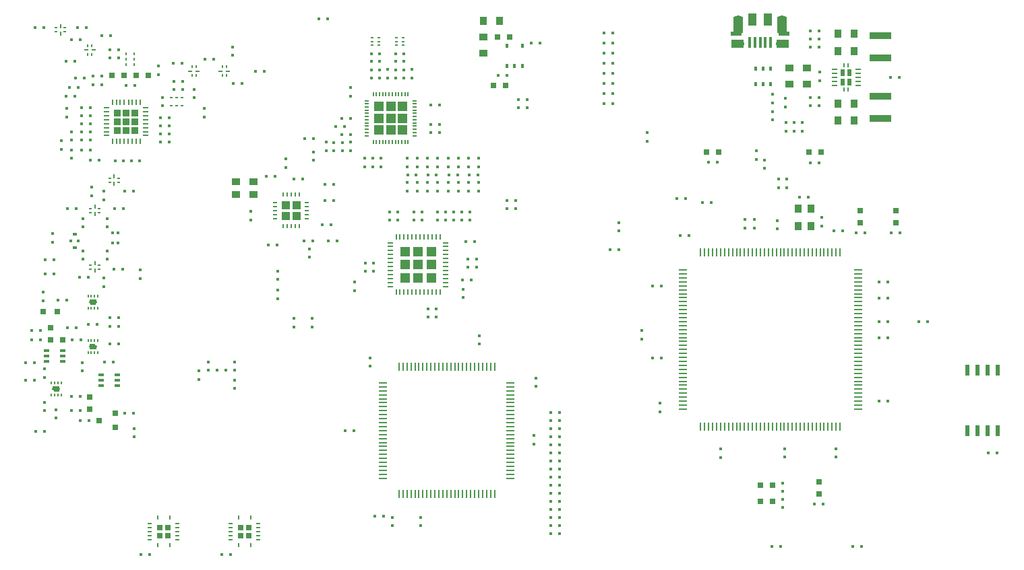
<source format=gtp>
G04 (created by PCBNEW-RS274X (2012-05-21 BZR 3261)-stable) date Sun Nov 11 11:20:56 2012*
G01*
G70*
G90*
%MOIN*%
G04 Gerber Fmt 3.4, Leading zero omitted, Abs format*
%FSLAX34Y34*%
G04 APERTURE LIST*
%ADD10C,0.006000*%
%ADD11R,0.027400X0.027400*%
%ADD12R,0.015200X0.022800*%
%ADD13R,0.035800X0.041900*%
%ADD14R,0.041900X0.035800*%
%ADD15R,0.008800X0.044900*%
%ADD16R,0.044900X0.008800*%
%ADD17R,0.011900X0.052300*%
%ADD18R,0.042700X0.061800*%
%ADD19R,0.064100X0.043300*%
%ADD20R,0.054700X0.019000*%
%ADD21R,0.047800X0.084800*%
%ADD22C,0.047800*%
%ADD23C,0.043300*%
%ADD24R,0.019000X0.057000*%
%ADD25R,0.006100X0.013500*%
%ADD26R,0.039000X0.006100*%
%ADD27O,0.035800X0.006100*%
%ADD28R,0.035800X0.014900*%
%ADD29O,0.032900X0.006100*%
%ADD30R,0.004500X0.006100*%
%ADD31O,0.025500X0.008400*%
%ADD32O,0.008400X0.025500*%
%ADD33R,0.030800X0.030800*%
%ADD34O,0.007300X0.026100*%
%ADD35O,0.026100X0.007300*%
%ADD36R,0.045200X0.045200*%
%ADD37O,0.027000X0.008400*%
%ADD38R,0.032900X0.032900*%
%ADD39O,0.008400X0.027000*%
%ADD40O,0.023900X0.008400*%
%ADD41O,0.008400X0.023900*%
%ADD42R,0.039600X0.039600*%
%ADD43R,0.110700X0.035800*%
%ADD44R,0.011900X0.014900*%
%ADD45R,0.021000X0.014900*%
%ADD46R,0.014900X0.018000*%
%ADD47R,0.016500X0.007400*%
%ADD48R,0.025800X0.025800*%
%ADD49R,0.016800X0.015200*%
%ADD50R,0.015200X0.016800*%
%ADD51R,0.005800X0.016300*%
%ADD52R,0.023000X0.007500*%
%ADD53R,0.016300X0.005800*%
%ADD54R,0.007500X0.023000*%
%ADD55R,0.009800X0.012300*%
%ADD56R,0.012300X0.009800*%
%ADD57R,0.049400X0.049400*%
%ADD58R,0.034500X0.043100*%
%ADD59R,0.043100X0.034500*%
%ADD60R,0.016500X0.023900*%
%ADD61R,0.029600X0.013600*%
%ADD62R,0.025500X0.008400*%
%ADD63R,0.024600X0.035800*%
%ADD64R,0.008400X0.021000*%
G04 APERTURE END LIST*
G54D10*
G54D11*
X37600Y-41650D03*
X37600Y-42350D03*
X36800Y-42000D03*
X34050Y-36600D03*
X34750Y-36600D03*
X34400Y-37400D03*
G54D12*
X56975Y-24450D03*
X57725Y-24450D03*
X56975Y-23450D03*
X57350Y-24450D03*
X57725Y-23450D03*
G54D13*
X72015Y-32383D03*
X71385Y-31517D03*
X72015Y-31517D03*
X71385Y-32383D03*
G54D14*
X43567Y-30815D03*
X44433Y-30185D03*
X44433Y-30815D03*
X43567Y-30185D03*
G54D15*
X56362Y-39350D03*
X56165Y-39350D03*
X55969Y-39350D03*
X55772Y-39350D03*
X55575Y-39350D03*
X55378Y-39350D03*
X55181Y-39350D03*
X54984Y-39350D03*
X54787Y-39350D03*
X54591Y-39350D03*
X54394Y-39350D03*
X54197Y-39350D03*
X54000Y-39350D03*
X53803Y-39350D03*
X53606Y-39350D03*
X53409Y-39350D03*
X53213Y-39350D03*
X53016Y-39350D03*
X52819Y-39350D03*
X52622Y-39350D03*
X52425Y-39350D03*
X52228Y-39350D03*
X52031Y-39350D03*
X51835Y-39350D03*
X51638Y-39350D03*
G54D16*
X50850Y-40138D03*
X50850Y-40335D03*
X50850Y-40531D03*
X50850Y-40728D03*
X50850Y-40925D03*
X50850Y-41122D03*
X50850Y-41319D03*
X50850Y-41516D03*
X50850Y-41713D03*
X50850Y-41909D03*
X50850Y-42106D03*
X50850Y-42303D03*
X50850Y-42500D03*
X50850Y-42697D03*
X50850Y-42894D03*
X50850Y-43091D03*
X50850Y-43287D03*
X50850Y-43484D03*
X50850Y-43681D03*
X50850Y-43878D03*
X50850Y-44075D03*
X50850Y-44272D03*
X50850Y-44469D03*
X50850Y-44665D03*
X50850Y-44862D03*
G54D15*
X51638Y-45650D03*
X51835Y-45650D03*
X52031Y-45650D03*
X52228Y-45650D03*
X52425Y-45650D03*
X52622Y-45650D03*
X52819Y-45650D03*
X53016Y-45650D03*
X53213Y-45650D03*
X53409Y-45650D03*
X53606Y-45650D03*
X53803Y-45650D03*
X54000Y-45650D03*
X54197Y-45650D03*
X54394Y-45650D03*
X54591Y-45650D03*
X54787Y-45650D03*
X54984Y-45650D03*
X55181Y-45650D03*
X55378Y-45650D03*
X55575Y-45650D03*
X55772Y-45650D03*
X55969Y-45650D03*
X56165Y-45650D03*
X56362Y-45650D03*
G54D16*
X57150Y-44862D03*
X57150Y-44665D03*
X57150Y-44469D03*
X57150Y-44272D03*
X57150Y-44075D03*
X57150Y-43878D03*
X57150Y-43681D03*
X57150Y-43484D03*
X57150Y-43287D03*
X57150Y-43091D03*
X57150Y-42894D03*
X57150Y-42697D03*
X57150Y-42500D03*
X57150Y-42303D03*
X57150Y-42106D03*
X57150Y-41909D03*
X57150Y-41713D03*
X57150Y-41516D03*
X57150Y-41319D03*
X57150Y-41122D03*
X57150Y-40925D03*
X57150Y-40728D03*
X57150Y-40531D03*
X57150Y-40335D03*
X57150Y-40138D03*
G54D17*
X70012Y-23281D03*
X69756Y-23281D03*
X69500Y-23281D03*
X69244Y-23281D03*
X68988Y-23281D03*
G54D18*
X69879Y-22156D03*
X69121Y-22156D03*
G54D19*
X70614Y-23340D03*
X68386Y-23340D03*
G54D20*
X70676Y-22827D03*
X68324Y-22827D03*
G54D21*
X70583Y-22394D03*
X68417Y-22394D03*
G54D22*
X70583Y-22169D03*
X68417Y-22169D03*
G54D23*
X70479Y-23339D03*
X68521Y-23339D03*
G54D24*
X81250Y-39500D03*
X80750Y-39500D03*
X80250Y-39500D03*
X79750Y-39500D03*
X79750Y-42500D03*
X80250Y-42500D03*
X80750Y-42500D03*
X81250Y-42500D03*
G54D25*
X36264Y-36455D03*
X36421Y-36455D03*
X36579Y-36455D03*
X36736Y-36455D03*
X36736Y-35845D03*
X36579Y-35845D03*
X36421Y-35845D03*
X36264Y-35845D03*
G54D26*
X36500Y-36150D03*
G54D27*
X36500Y-36052D03*
G54D28*
X36500Y-36150D03*
G54D29*
X36520Y-36248D03*
G54D30*
X36333Y-36248D03*
G54D25*
X34454Y-40745D03*
X34611Y-40745D03*
X34769Y-40745D03*
X34926Y-40745D03*
X34926Y-40135D03*
X34769Y-40135D03*
X34611Y-40135D03*
X34454Y-40135D03*
G54D26*
X34690Y-40440D03*
G54D27*
X34690Y-40342D03*
G54D28*
X34690Y-40440D03*
G54D29*
X34710Y-40538D03*
G54D30*
X34523Y-40538D03*
G54D25*
X36736Y-38045D03*
X36579Y-38045D03*
X36421Y-38045D03*
X36264Y-38045D03*
X36264Y-38655D03*
X36421Y-38655D03*
X36579Y-38655D03*
X36736Y-38655D03*
G54D26*
X36500Y-38350D03*
G54D27*
X36500Y-38448D03*
G54D28*
X36500Y-38350D03*
G54D29*
X36480Y-38252D03*
G54D30*
X36667Y-38252D03*
G54D31*
X44679Y-47894D03*
X44679Y-47697D03*
X44679Y-47500D03*
X44679Y-47303D03*
X44679Y-47106D03*
G54D32*
X43705Y-46821D03*
G54D31*
X43321Y-47106D03*
X43321Y-47303D03*
X43321Y-47500D03*
X43321Y-47697D03*
X43321Y-47894D03*
G54D33*
X44202Y-47702D03*
X43798Y-47702D03*
X44202Y-47298D03*
X43798Y-47298D03*
G54D32*
X44295Y-46821D03*
X43705Y-48179D03*
X44295Y-48179D03*
G54D31*
X40679Y-47894D03*
X40679Y-47697D03*
X40679Y-47500D03*
X40679Y-47303D03*
X40679Y-47106D03*
G54D32*
X39705Y-46821D03*
G54D31*
X39321Y-47106D03*
X39321Y-47303D03*
X39321Y-47500D03*
X39321Y-47697D03*
X39321Y-47894D03*
G54D33*
X40202Y-47702D03*
X39798Y-47702D03*
X40202Y-47298D03*
X39798Y-47298D03*
G54D32*
X40295Y-46821D03*
X39705Y-48179D03*
X40295Y-48179D03*
G54D34*
X52091Y-25844D03*
X51934Y-25844D03*
X51776Y-25844D03*
X51619Y-25844D03*
X51461Y-25844D03*
X51304Y-25844D03*
X51146Y-25844D03*
X50989Y-25844D03*
X50831Y-25844D03*
X50674Y-25844D03*
X50516Y-25844D03*
X50359Y-25844D03*
G54D35*
X50044Y-26159D03*
X50044Y-26316D03*
X50044Y-26474D03*
X50044Y-26631D03*
X50044Y-26789D03*
X50044Y-26946D03*
X50044Y-27104D03*
X50044Y-27261D03*
X50044Y-27419D03*
X50044Y-27576D03*
X50044Y-27734D03*
X50044Y-27891D03*
G54D34*
X50359Y-28206D03*
X50516Y-28206D03*
X50674Y-28206D03*
X50831Y-28206D03*
X50989Y-28206D03*
X51146Y-28206D03*
X51304Y-28206D03*
X51461Y-28206D03*
X51619Y-28206D03*
X51776Y-28206D03*
X51934Y-28206D03*
X52091Y-28206D03*
G54D35*
X52406Y-27891D03*
X52406Y-27734D03*
X52406Y-27576D03*
X52406Y-27419D03*
X52406Y-27261D03*
X52406Y-27104D03*
X52406Y-26946D03*
X52406Y-26789D03*
X52406Y-26631D03*
X52406Y-26474D03*
X52406Y-26316D03*
X52406Y-26159D03*
G54D36*
X51819Y-26431D03*
X51819Y-27025D03*
X51819Y-27619D03*
X51225Y-26431D03*
X51225Y-27025D03*
X51225Y-27619D03*
X50631Y-26431D03*
X50631Y-27025D03*
X50631Y-27619D03*
G54D37*
X37185Y-26511D03*
X37185Y-26708D03*
X37185Y-26905D03*
X37185Y-27102D03*
X37185Y-27298D03*
X37185Y-27495D03*
X37185Y-27692D03*
X37185Y-27889D03*
G54D38*
X37717Y-26767D03*
X38150Y-26767D03*
X38583Y-26767D03*
X37717Y-27200D03*
X38150Y-27200D03*
X38583Y-27200D03*
X37717Y-27633D03*
X38150Y-27633D03*
X38583Y-27633D03*
G54D39*
X37461Y-28165D03*
X37658Y-28165D03*
X37855Y-28165D03*
X38052Y-28165D03*
X38248Y-28165D03*
X38445Y-28165D03*
X38642Y-28165D03*
X38839Y-28165D03*
G54D37*
X39115Y-27889D03*
X39115Y-27692D03*
X39115Y-27495D03*
X39115Y-27298D03*
X39115Y-27102D03*
X39115Y-26905D03*
X39115Y-26708D03*
X39115Y-26511D03*
G54D39*
X38839Y-26235D03*
X38642Y-26235D03*
X38445Y-26235D03*
X38268Y-26235D03*
X38052Y-26235D03*
X37855Y-26235D03*
X37678Y-26235D03*
X37461Y-26235D03*
G54D40*
X45513Y-31206D03*
X45513Y-31403D03*
X45513Y-31600D03*
X45513Y-31797D03*
X45513Y-31994D03*
G54D41*
X45906Y-32387D03*
X46103Y-32387D03*
X46300Y-32387D03*
X46497Y-32387D03*
X46694Y-32387D03*
G54D40*
X47087Y-31994D03*
X47087Y-31797D03*
X47087Y-31600D03*
X47087Y-31403D03*
X47087Y-31206D03*
G54D41*
X46694Y-30813D03*
X46497Y-30813D03*
X46300Y-30813D03*
X46103Y-30813D03*
X45906Y-30813D03*
G54D42*
X46039Y-31339D03*
X46561Y-31339D03*
X46039Y-31861D03*
X46561Y-31861D03*
G54D43*
X75450Y-27051D03*
X75450Y-25949D03*
X75450Y-24051D03*
X75450Y-22949D03*
G54D15*
X73445Y-33659D03*
X73248Y-33659D03*
X73051Y-33659D03*
X72854Y-33659D03*
X72657Y-33659D03*
X72461Y-33659D03*
X72264Y-33659D03*
X72067Y-33659D03*
X71870Y-33659D03*
X71673Y-33659D03*
X71476Y-33659D03*
X71280Y-33659D03*
X71083Y-33659D03*
X70886Y-33659D03*
X70689Y-33659D03*
X70492Y-33659D03*
X70295Y-33659D03*
X70098Y-33659D03*
X69902Y-33659D03*
X69705Y-33659D03*
X69508Y-33659D03*
X69311Y-33659D03*
X69114Y-33659D03*
X68917Y-33659D03*
X68720Y-33659D03*
X68524Y-33659D03*
X68327Y-33659D03*
X68130Y-33659D03*
X67933Y-33659D03*
X67736Y-33659D03*
X67539Y-33659D03*
X67343Y-33659D03*
X67146Y-33659D03*
X66949Y-33659D03*
X66752Y-33659D03*
X66555Y-33659D03*
G54D16*
X65669Y-34545D03*
X65669Y-34742D03*
X65669Y-34939D03*
X65669Y-35136D03*
X65669Y-35333D03*
X65669Y-35529D03*
X65669Y-35726D03*
X65669Y-35923D03*
X65669Y-36120D03*
X65669Y-36317D03*
X65669Y-36514D03*
X65669Y-36710D03*
X65669Y-36907D03*
X65669Y-37104D03*
X65669Y-37301D03*
X65669Y-37498D03*
X65669Y-37695D03*
X65669Y-37892D03*
X65669Y-38088D03*
X65669Y-38285D03*
X65669Y-38482D03*
X65669Y-38679D03*
X65669Y-38876D03*
X65669Y-39073D03*
X65669Y-39270D03*
X65669Y-39466D03*
X65669Y-39663D03*
X65669Y-39860D03*
X65669Y-40057D03*
X65669Y-40254D03*
X65669Y-40451D03*
X65669Y-40647D03*
X65669Y-40844D03*
X65669Y-41041D03*
X65669Y-41238D03*
X65669Y-41435D03*
G54D15*
X66555Y-42321D03*
X66752Y-42321D03*
X66949Y-42321D03*
X67146Y-42321D03*
X67343Y-42321D03*
X67539Y-42321D03*
X67736Y-42321D03*
X67933Y-42321D03*
X68130Y-42321D03*
X68327Y-42321D03*
X68524Y-42321D03*
X68720Y-42321D03*
X68917Y-42321D03*
X69114Y-42321D03*
X69311Y-42321D03*
X69508Y-42321D03*
X69705Y-42321D03*
X69902Y-42321D03*
X70098Y-42321D03*
X70295Y-42321D03*
X70492Y-42321D03*
X70689Y-42321D03*
X70886Y-42321D03*
X71083Y-42321D03*
X71280Y-42321D03*
X71476Y-42321D03*
X71673Y-42321D03*
X71870Y-42321D03*
X72067Y-42321D03*
X72264Y-42321D03*
X72461Y-42321D03*
X72657Y-42321D03*
X72854Y-42321D03*
X73051Y-42321D03*
X73248Y-42321D03*
X73445Y-42321D03*
G54D16*
X74331Y-41435D03*
X74331Y-41238D03*
X74331Y-41041D03*
X74331Y-40844D03*
X74331Y-40647D03*
X74331Y-40451D03*
X74331Y-40254D03*
X74331Y-40057D03*
X74331Y-39860D03*
X74331Y-39663D03*
X74331Y-39466D03*
X74331Y-39270D03*
X74331Y-39073D03*
X74331Y-38876D03*
X74331Y-38679D03*
X74331Y-38482D03*
X74331Y-38285D03*
X74331Y-38088D03*
X74331Y-37892D03*
X74331Y-37695D03*
X74331Y-37498D03*
X74331Y-37301D03*
X74331Y-37104D03*
X74331Y-36907D03*
X74331Y-36710D03*
X74331Y-36514D03*
X74331Y-36317D03*
X74331Y-36120D03*
X74331Y-35923D03*
X74331Y-35726D03*
X74331Y-35529D03*
X74331Y-35333D03*
X74331Y-35136D03*
X74331Y-34939D03*
X74331Y-34742D03*
X74331Y-34545D03*
G54D44*
X37738Y-33196D03*
X37738Y-32704D03*
X37462Y-32704D03*
X37462Y-33196D03*
G54D45*
X35600Y-32765D03*
X35600Y-33435D03*
G54D46*
X35777Y-33100D03*
X35423Y-33100D03*
G54D47*
X51508Y-23028D03*
X51508Y-23225D03*
X51508Y-23422D03*
X51842Y-23422D03*
X51842Y-23225D03*
X51842Y-23028D03*
X50308Y-23028D03*
X50308Y-23225D03*
X50308Y-23422D03*
X50642Y-23422D03*
X50642Y-23225D03*
X50642Y-23028D03*
G54D48*
X72500Y-28700D03*
X71900Y-28700D03*
X67450Y-28700D03*
X66850Y-28700D03*
X72400Y-45050D03*
X72400Y-45650D03*
X70100Y-46000D03*
X69500Y-46000D03*
X70100Y-45200D03*
X69500Y-45200D03*
X74450Y-31600D03*
X74450Y-32200D03*
X76200Y-31600D03*
X76200Y-32200D03*
X37450Y-24900D03*
X38050Y-24900D03*
X35000Y-38000D03*
X34400Y-38000D03*
X57100Y-23000D03*
X56500Y-23000D03*
X39250Y-24900D03*
X38650Y-24900D03*
X56900Y-25400D03*
X56300Y-25400D03*
X36350Y-40850D03*
X36350Y-41450D03*
G54D49*
X62500Y-32190D03*
X62500Y-32610D03*
G54D50*
X72410Y-23500D03*
X71990Y-23500D03*
X72410Y-23100D03*
X71990Y-23100D03*
X77340Y-37100D03*
X77760Y-37100D03*
X74510Y-48250D03*
X74090Y-48250D03*
G54D49*
X71190Y-27240D03*
X71190Y-27660D03*
X71590Y-27660D03*
X71590Y-27240D03*
X70750Y-26460D03*
X70750Y-26040D03*
X70790Y-27660D03*
X70790Y-27240D03*
G54D50*
X75940Y-25000D03*
X76360Y-25000D03*
X35340Y-25500D03*
X35760Y-25500D03*
X72410Y-26000D03*
X71990Y-26000D03*
G54D49*
X54075Y-30215D03*
X54075Y-30635D03*
G54D50*
X37760Y-23650D03*
X37340Y-23650D03*
X35640Y-25050D03*
X36060Y-25050D03*
X40490Y-24300D03*
X40910Y-24300D03*
G54D49*
X38850Y-34960D03*
X38850Y-34540D03*
G54D50*
X36360Y-28600D03*
X35940Y-28600D03*
G54D49*
X34950Y-28560D03*
X34950Y-28140D03*
G54D50*
X35940Y-27700D03*
X36360Y-27700D03*
X36360Y-26500D03*
X35940Y-26500D03*
X62090Y-33550D03*
X62510Y-33550D03*
G54D49*
X63650Y-37960D03*
X63650Y-37540D03*
X55575Y-30215D03*
X55575Y-30635D03*
X55075Y-30215D03*
X55075Y-30635D03*
X54575Y-30215D03*
X54575Y-30635D03*
G54D50*
X57410Y-31500D03*
X56990Y-31500D03*
X57540Y-26500D03*
X57960Y-26500D03*
X34790Y-36050D03*
X35210Y-36050D03*
G54D49*
X54075Y-29015D03*
X54075Y-29435D03*
X54575Y-29015D03*
X54575Y-29435D03*
X55075Y-29015D03*
X55075Y-29435D03*
X55575Y-29015D03*
X55575Y-29435D03*
G54D50*
X57410Y-31100D03*
X56990Y-31100D03*
X57540Y-26100D03*
X57960Y-26100D03*
G54D49*
X53525Y-29015D03*
X53525Y-29435D03*
X53025Y-29015D03*
X53025Y-29435D03*
X52525Y-29015D03*
X52525Y-29435D03*
X52025Y-29015D03*
X52025Y-29435D03*
X38550Y-42810D03*
X38550Y-42390D03*
G54D50*
X48415Y-28225D03*
X48835Y-28225D03*
X48415Y-28625D03*
X48835Y-28625D03*
G54D49*
X47350Y-36940D03*
X47350Y-37360D03*
X46450Y-36940D03*
X46450Y-37360D03*
X36000Y-31990D03*
X36000Y-32410D03*
G54D50*
X37540Y-34500D03*
X37960Y-34500D03*
G54D49*
X37050Y-30640D03*
X37050Y-31060D03*
G54D50*
X42040Y-24100D03*
X42460Y-24100D03*
G54D49*
X41500Y-25590D03*
X41500Y-26010D03*
G54D50*
X35190Y-24200D03*
X35610Y-24200D03*
G54D49*
X36450Y-30440D03*
X36450Y-30860D03*
X40500Y-25190D03*
X40500Y-25610D03*
X36000Y-34010D03*
X36000Y-33590D03*
X37200Y-33590D03*
X37200Y-34010D03*
X40950Y-25190D03*
X40950Y-25610D03*
G54D50*
X35840Y-34900D03*
X36260Y-34900D03*
X35240Y-31500D03*
X35660Y-31500D03*
G54D49*
X37050Y-34940D03*
X37050Y-35360D03*
G54D50*
X45610Y-33300D03*
X45190Y-33300D03*
G54D49*
X44300Y-31640D03*
X44300Y-32060D03*
G54D50*
X59140Y-47600D03*
X59560Y-47600D03*
X59140Y-47200D03*
X59560Y-47200D03*
X38090Y-30650D03*
X38510Y-30650D03*
X40260Y-28200D03*
X39840Y-28200D03*
X40260Y-27000D03*
X39840Y-27000D03*
X40260Y-27400D03*
X39840Y-27400D03*
X35940Y-27300D03*
X36360Y-27300D03*
X35940Y-26900D03*
X36360Y-26900D03*
X43440Y-25300D03*
X43860Y-25300D03*
X44540Y-24700D03*
X44960Y-24700D03*
G54D49*
X42000Y-26960D03*
X42000Y-26540D03*
G54D50*
X59140Y-46800D03*
X59560Y-46800D03*
X37590Y-31500D03*
X38010Y-31500D03*
X36810Y-29100D03*
X36390Y-29100D03*
G54D49*
X35450Y-29010D03*
X35450Y-28590D03*
G54D50*
X35940Y-28100D03*
X36360Y-28100D03*
G54D49*
X35450Y-27690D03*
X35450Y-28110D03*
X43400Y-23490D03*
X43400Y-23910D03*
X37200Y-31990D03*
X37200Y-32410D03*
G54D50*
X62210Y-22800D03*
X61790Y-22800D03*
X67360Y-29200D03*
X66940Y-29200D03*
X72190Y-46150D03*
X72610Y-46150D03*
X75990Y-32700D03*
X76410Y-32700D03*
X74240Y-32700D03*
X74660Y-32700D03*
G54D49*
X70600Y-45090D03*
X70600Y-45510D03*
X70600Y-45890D03*
X70600Y-46310D03*
X69200Y-32040D03*
X69200Y-32460D03*
G54D50*
X61790Y-24300D03*
X62210Y-24300D03*
X72410Y-29250D03*
X71990Y-29250D03*
G54D49*
X63900Y-28160D03*
X63900Y-27740D03*
X70100Y-27110D03*
X70100Y-26690D03*
G54D50*
X66640Y-31200D03*
X67060Y-31200D03*
X65390Y-31000D03*
X65810Y-31000D03*
G54D49*
X70100Y-26260D03*
X70100Y-25840D03*
G54D50*
X70510Y-48250D03*
X70090Y-48250D03*
G54D49*
X69700Y-29090D03*
X69700Y-29510D03*
X69300Y-28640D03*
X69300Y-29060D03*
G54D50*
X59140Y-43600D03*
X59560Y-43600D03*
X59140Y-46400D03*
X59560Y-46400D03*
X59140Y-46000D03*
X59560Y-46000D03*
X61790Y-26300D03*
X62210Y-26300D03*
X59140Y-45600D03*
X59560Y-45600D03*
X59140Y-45200D03*
X59560Y-45200D03*
X59140Y-44800D03*
X59560Y-44800D03*
X59140Y-44400D03*
X59560Y-44400D03*
X59140Y-44000D03*
X59560Y-44000D03*
X72410Y-26400D03*
X71990Y-26400D03*
X61790Y-24800D03*
X62210Y-24800D03*
X59140Y-43200D03*
X59560Y-43200D03*
X59140Y-42800D03*
X59560Y-42800D03*
X59140Y-42400D03*
X59560Y-42400D03*
X59140Y-42000D03*
X59560Y-42000D03*
X59140Y-41600D03*
X59560Y-41600D03*
X46860Y-30050D03*
X46440Y-30050D03*
X52065Y-29825D03*
X52485Y-29825D03*
G54D49*
X50675Y-24215D03*
X50675Y-24635D03*
X49925Y-29435D03*
X49925Y-29015D03*
X52025Y-30635D03*
X52025Y-30215D03*
X52525Y-30635D03*
X52525Y-30215D03*
X53025Y-30635D03*
X53025Y-30215D03*
X53525Y-30635D03*
X53525Y-30215D03*
X50275Y-24215D03*
X50275Y-24635D03*
X49225Y-28215D03*
X49225Y-28635D03*
G54D50*
X45090Y-29900D03*
X45510Y-29900D03*
G54D49*
X48025Y-28215D03*
X48025Y-28635D03*
X47400Y-28690D03*
X47400Y-29110D03*
G54D50*
X46990Y-28050D03*
X47410Y-28050D03*
X48260Y-32300D03*
X47840Y-32300D03*
X47360Y-33100D03*
X46940Y-33100D03*
G54D49*
X51475Y-24215D03*
X51475Y-24635D03*
G54D50*
X48410Y-31100D03*
X47990Y-31100D03*
X49965Y-34200D03*
X50385Y-34200D03*
X49965Y-34600D03*
X50385Y-34600D03*
X72410Y-22700D03*
X71990Y-22700D03*
X65540Y-32850D03*
X65960Y-32850D03*
X64190Y-35350D03*
X64610Y-35350D03*
X64190Y-38900D03*
X64610Y-38900D03*
G54D49*
X64550Y-41140D03*
X64550Y-41560D03*
X67540Y-43830D03*
X67540Y-43410D03*
X70700Y-43810D03*
X70700Y-43390D03*
X73250Y-43810D03*
X73250Y-43390D03*
G54D50*
X75810Y-41050D03*
X75390Y-41050D03*
X75810Y-37900D03*
X75390Y-37900D03*
X75810Y-37100D03*
X75390Y-37100D03*
X75810Y-35950D03*
X75390Y-35950D03*
G54D49*
X49225Y-25515D03*
X49225Y-25935D03*
X53525Y-31665D03*
X53525Y-32085D03*
X53925Y-31665D03*
X53925Y-32085D03*
X52375Y-31665D03*
X52375Y-32085D03*
X52775Y-31665D03*
X52775Y-32085D03*
X51575Y-31665D03*
X51575Y-32085D03*
X51175Y-31665D03*
X51175Y-32085D03*
X53075Y-36885D03*
X53075Y-36465D03*
X53475Y-36885D03*
X53475Y-36465D03*
G54D50*
X55210Y-35050D03*
X54790Y-35050D03*
G54D49*
X54800Y-35910D03*
X54800Y-35490D03*
G54D50*
X55460Y-34000D03*
X55040Y-34000D03*
X55460Y-34400D03*
X55040Y-34400D03*
X55360Y-33150D03*
X54940Y-33150D03*
G54D49*
X52275Y-24615D03*
X52275Y-25035D03*
X51075Y-24615D03*
X51075Y-25035D03*
G54D50*
X75810Y-35150D03*
X75390Y-35150D03*
X48815Y-27025D03*
X49235Y-27025D03*
X48515Y-27425D03*
X48935Y-27425D03*
X48815Y-27825D03*
X49235Y-27825D03*
G54D49*
X50725Y-29435D03*
X50725Y-29015D03*
X50325Y-29435D03*
X50325Y-29015D03*
G54D50*
X53635Y-27725D03*
X53215Y-27725D03*
X53635Y-27325D03*
X53215Y-27325D03*
X53635Y-26375D03*
X53215Y-26375D03*
X55115Y-29825D03*
X55535Y-29825D03*
X54115Y-29825D03*
X54535Y-29825D03*
G54D49*
X55125Y-31665D03*
X55125Y-32085D03*
X54725Y-31665D03*
X54725Y-32085D03*
X51875Y-24215D03*
X51875Y-24635D03*
X54325Y-31665D03*
X54325Y-32085D03*
G54D50*
X53065Y-29825D03*
X53485Y-29825D03*
X33490Y-38000D03*
X33910Y-38000D03*
X38400Y-29130D03*
X38820Y-29130D03*
X33610Y-39150D03*
X33190Y-39150D03*
X33610Y-40000D03*
X33190Y-40000D03*
G54D49*
X34100Y-41510D03*
X34100Y-41090D03*
X34680Y-41880D03*
X34680Y-41460D03*
G54D50*
X35860Y-40800D03*
X35440Y-40800D03*
G54D49*
X35970Y-39130D03*
X35970Y-39550D03*
G54D50*
X35660Y-37400D03*
X35240Y-37400D03*
X37510Y-39100D03*
X37090Y-39100D03*
G54D49*
X34100Y-39440D03*
X34100Y-39860D03*
G54D50*
X37760Y-37350D03*
X37340Y-37350D03*
X33640Y-22550D03*
X34060Y-22550D03*
X37760Y-38200D03*
X37340Y-38200D03*
X37360Y-22950D03*
X36940Y-22950D03*
G54D49*
X34050Y-35640D03*
X34050Y-36060D03*
G54D50*
X38890Y-48650D03*
X39310Y-48650D03*
X35860Y-23150D03*
X35440Y-23150D03*
X35910Y-38000D03*
X35490Y-38000D03*
X37760Y-24050D03*
X37340Y-24050D03*
X48110Y-22100D03*
X47690Y-22100D03*
X35740Y-22550D03*
X36160Y-22550D03*
X37600Y-29130D03*
X38020Y-29130D03*
G54D49*
X36500Y-24940D03*
X36500Y-25360D03*
G54D50*
X36290Y-37250D03*
X36710Y-37250D03*
G54D49*
X34500Y-32740D03*
X34500Y-33160D03*
X36950Y-25360D03*
X36950Y-24940D03*
X39750Y-24440D03*
X39750Y-24860D03*
G54D50*
X34560Y-34750D03*
X34140Y-34750D03*
X37340Y-36900D03*
X37760Y-36900D03*
X34560Y-34050D03*
X34140Y-34050D03*
G54D49*
X35200Y-26960D03*
X35200Y-26540D03*
G54D50*
X71860Y-30950D03*
X71440Y-30950D03*
X73560Y-32600D03*
X73140Y-32600D03*
G54D49*
X68750Y-32040D03*
X68750Y-32460D03*
X70350Y-32090D03*
X70350Y-32510D03*
G54D50*
X80790Y-43600D03*
X81210Y-43600D03*
G54D49*
X72450Y-24740D03*
X72450Y-25160D03*
X58300Y-43160D03*
X58300Y-42740D03*
X58400Y-39890D03*
X58400Y-40310D03*
X55600Y-37790D03*
X55600Y-38210D03*
X50200Y-38890D03*
X50200Y-39310D03*
X52700Y-47210D03*
X52700Y-46790D03*
G54D50*
X48990Y-42500D03*
X49410Y-42500D03*
G54D49*
X51300Y-47210D03*
X51300Y-46790D03*
X70400Y-30460D03*
X70400Y-30040D03*
X70800Y-30040D03*
X70800Y-30460D03*
X72550Y-31940D03*
X72550Y-32360D03*
G54D50*
X35190Y-25950D03*
X35610Y-25950D03*
X56960Y-24900D03*
X56540Y-24900D03*
X35440Y-41500D03*
X35860Y-41500D03*
X38510Y-41650D03*
X38090Y-41650D03*
X36310Y-42000D03*
X35890Y-42000D03*
X33910Y-37550D03*
X33490Y-37550D03*
X34110Y-42550D03*
X33690Y-42550D03*
X42890Y-48650D03*
X43310Y-48650D03*
X40260Y-27800D03*
X39840Y-27800D03*
G54D49*
X39950Y-25990D03*
X39950Y-26410D03*
G54D50*
X38560Y-25400D03*
X38140Y-25400D03*
X51465Y-23825D03*
X51885Y-23825D03*
X51465Y-25025D03*
X51885Y-25025D03*
X50265Y-23825D03*
X50685Y-23825D03*
X50265Y-25025D03*
X50685Y-25025D03*
X48140Y-33100D03*
X48560Y-33100D03*
G54D49*
X47200Y-33490D03*
X47200Y-33910D03*
X46050Y-29460D03*
X46050Y-29040D03*
G54D50*
X47990Y-30300D03*
X48410Y-30300D03*
G54D49*
X49450Y-35140D03*
X49450Y-35560D03*
G54D50*
X50440Y-46750D03*
X50860Y-46750D03*
X58610Y-23300D03*
X58190Y-23300D03*
X61790Y-25300D03*
X62210Y-25300D03*
X61790Y-23300D03*
X62210Y-23300D03*
X61790Y-23800D03*
X62210Y-23800D03*
X61790Y-25800D03*
X62210Y-25800D03*
G54D49*
X43500Y-39990D03*
X43500Y-40410D03*
G54D50*
X42640Y-39500D03*
X43060Y-39500D03*
G54D49*
X45650Y-35960D03*
X45650Y-35540D03*
X42200Y-39510D03*
X42200Y-39090D03*
X43500Y-39090D03*
X43500Y-39510D03*
X41750Y-39960D03*
X41750Y-39540D03*
X45650Y-34590D03*
X45650Y-35010D03*
G54D51*
X43098Y-24489D03*
G54D52*
X42823Y-24700D03*
G54D51*
X42902Y-24911D03*
X43098Y-24911D03*
G54D52*
X43177Y-24700D03*
G54D51*
X42902Y-24489D03*
X41402Y-24911D03*
G54D52*
X41677Y-24700D03*
G54D51*
X41598Y-24489D03*
X41402Y-24489D03*
G54D52*
X41323Y-24700D03*
G54D51*
X41598Y-24911D03*
X36448Y-23439D03*
G54D52*
X36173Y-23650D03*
G54D51*
X36252Y-23861D03*
X36448Y-23861D03*
G54D52*
X36527Y-23650D03*
G54D51*
X36252Y-23439D03*
G54D53*
X34689Y-22552D03*
G54D54*
X34900Y-22827D03*
G54D53*
X35111Y-22748D03*
X35111Y-22552D03*
G54D54*
X34900Y-22473D03*
G54D53*
X34689Y-22748D03*
X37761Y-30198D03*
G54D54*
X37550Y-29923D03*
G54D53*
X37339Y-30002D03*
X37339Y-30198D03*
G54D54*
X37550Y-30277D03*
G54D53*
X37761Y-30002D03*
X36389Y-31502D03*
G54D54*
X36600Y-31777D03*
G54D53*
X36811Y-31698D03*
X36811Y-31502D03*
G54D54*
X36600Y-31423D03*
G54D53*
X36389Y-31698D03*
X36811Y-34498D03*
G54D54*
X36600Y-34223D03*
G54D53*
X36389Y-34302D03*
X36389Y-34498D03*
G54D54*
X36600Y-34577D03*
G54D53*
X36811Y-34302D03*
G54D55*
X38155Y-23840D03*
X38155Y-24100D03*
X38155Y-24360D03*
X38545Y-24360D03*
X38545Y-24100D03*
X38545Y-23840D03*
G54D56*
X40910Y-26005D03*
X40650Y-26005D03*
X40390Y-26005D03*
X40390Y-26395D03*
X40650Y-26395D03*
X40910Y-26395D03*
G54D39*
X53658Y-32917D03*
X53461Y-32917D03*
X53264Y-32917D03*
X53067Y-32917D03*
X52870Y-32917D03*
X52673Y-32917D03*
X52477Y-32917D03*
X52280Y-32917D03*
X52083Y-32917D03*
X51886Y-32917D03*
X51689Y-32917D03*
X51492Y-32917D03*
G54D37*
X51217Y-33192D03*
X51217Y-33389D03*
X51217Y-33586D03*
X51217Y-33783D03*
X51217Y-33980D03*
X51217Y-34177D03*
X51217Y-34373D03*
X51217Y-34570D03*
X51217Y-34767D03*
X51217Y-34964D03*
X51217Y-35161D03*
X51217Y-35358D03*
G54D39*
X51492Y-35633D03*
X51689Y-35633D03*
X51886Y-35633D03*
X52083Y-35633D03*
X52280Y-35633D03*
X52477Y-35633D03*
X52673Y-35633D03*
X52870Y-35633D03*
X53067Y-35633D03*
X53264Y-35633D03*
X53461Y-35633D03*
X53658Y-35633D03*
G54D37*
X53933Y-35358D03*
X53933Y-35161D03*
X53933Y-34964D03*
X53933Y-34767D03*
X53933Y-34570D03*
X53933Y-34373D03*
X53933Y-34177D03*
X53933Y-33980D03*
X53933Y-33783D03*
X53933Y-33586D03*
X53933Y-33389D03*
X53933Y-33192D03*
G54D57*
X53225Y-33625D03*
X53225Y-34275D03*
X53225Y-34925D03*
X52575Y-33625D03*
X52575Y-34275D03*
X52575Y-34925D03*
X51925Y-33625D03*
X51925Y-34275D03*
X51925Y-34925D03*
G54D58*
X74150Y-26300D03*
X73350Y-26300D03*
X74150Y-27150D03*
X73350Y-27150D03*
X73350Y-22850D03*
X74150Y-22850D03*
X73350Y-23700D03*
X74150Y-23700D03*
X55800Y-22200D03*
X56600Y-22200D03*
G54D59*
X55800Y-23800D03*
X55800Y-23000D03*
X71800Y-24550D03*
X71800Y-25350D03*
X70950Y-25350D03*
X70950Y-24550D03*
G54D60*
X70024Y-24566D03*
X69650Y-24566D03*
X69276Y-24566D03*
X69276Y-25334D03*
X69650Y-25334D03*
X70024Y-25334D03*
G54D61*
X37695Y-40260D03*
X37695Y-40000D03*
X37695Y-39740D03*
X36905Y-39740D03*
X36905Y-40000D03*
X36905Y-40260D03*
X34205Y-38540D03*
X34205Y-38800D03*
X34205Y-39060D03*
X34995Y-39060D03*
X34995Y-38800D03*
X34995Y-38540D03*
G54D62*
X73159Y-24606D03*
X73159Y-24803D03*
X73159Y-25000D03*
X73159Y-25197D03*
X73159Y-25394D03*
X74341Y-25394D03*
X74341Y-25197D03*
X74341Y-25000D03*
X74341Y-24803D03*
X74341Y-24606D03*
G54D63*
X73912Y-25236D03*
X73912Y-24764D03*
X73588Y-24764D03*
X73588Y-25236D03*
G54D64*
X73848Y-24390D03*
X73652Y-24390D03*
X73652Y-25610D03*
X73848Y-25610D03*
M02*

</source>
